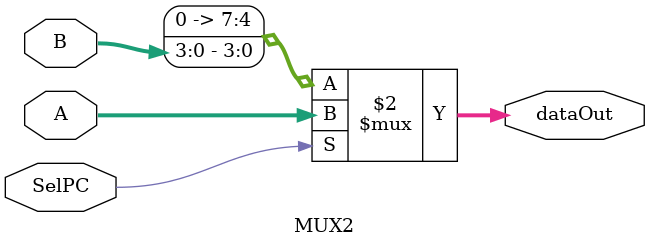
<source format=v>

module MUX2(dataOut, A, B, SelPC);

	output [7:0]	dataOut;
	input  [7:0]	A;
	input  [3:0]	B;
	input 			SelPC;

	assign dataOut = SelPC ? A:B;

endmodule
</source>
